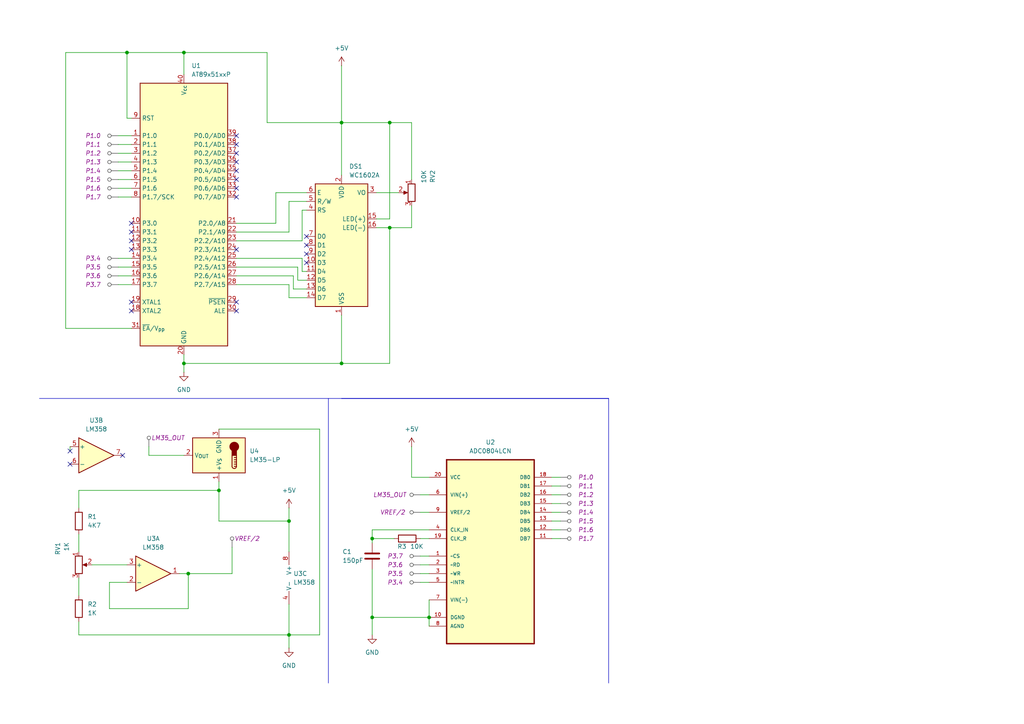
<source format=kicad_sch>
(kicad_sch (version 20231120) (generator "eeschema") (generator_version "8.0")
  (paper "A4")
  (lib_symbols
    (symbol "ADC0804:ADC0804LCN" (pin_names (offset 1.016))
      (property "Reference" "U" (at -5.8785 24.6338 0))
      (property "Value" "ADC0804LCN" (at -5.1859 -33.4032 0))
      (symbol "ADC0804LCN_0_0"
        (rectangle (start -12.7 -30.48) (end 12.7 22.86) (stroke (width 0.4064)) (fill (type background)))
        (pin input line (at -17.78 -5.08 0) (length 5.08) (name "~CS") (number "1"))
        (pin passive line (at -17.78 -22.86 0) (length 5.08) (name "DGND") (number "10"))
        (pin passive line (at 17.78 0 180) (length 5.08) (name "DB7") (number "11"))
        (pin passive line (at 17.78 2.54 180) (length 5.08) (name "DB6") (number "12"))
        (pin passive line (at 17.78 5.08 180) (length 5.08) (name "DB5") (number "13"))
        (pin passive line (at 17.78 7.62 180) (length 5.08) (name "DB4") (number "14"))
        (pin passive line (at 17.78 10.16 180) (length 5.08) (name "DB3") (number "15"))
        (pin passive line (at 17.78 12.7 180) (length 5.08) (name "DB2") (number "16"))
        (pin passive line (at 17.78 15.24 180) (length 5.08) (name "DB1") (number "17"))
        (pin passive line (at 17.78 17.78 180) (length 5.08) (name "DB0") (number "18"))
        (pin input line (at -17.78 0 0) (length 5.08) (name "CLK_R") (number "19"))
        (pin input line (at -17.78 -7.62 0) (length 5.08) (name "~RD") (number "2"))
        (pin power_in line (at -17.78 17.78 0) (length 5.08) (name "VCC") (number "20"))
        (pin input line (at -17.78 -10.16 0) (length 5.08) (name "~WR") (number "3"))
        (pin input line (at -17.78 2.54 0) (length 5.08) (name "CLK_IN") (number "4"))
        (pin input line (at -17.78 -12.7 0) (length 5.08) (name "~INTR") (number "5"))
        (pin power_in line (at -17.78 12.7 0) (length 5.08) (name "VIN(+)") (number "6"))
        (pin power_in line (at -17.78 -17.78 0) (length 5.08) (name "VIN(-)") (number "7"))
        (pin passive line (at -17.78 -25.4 0) (length 5.08) (name "AGND") (number "8"))
        (pin input line (at -17.78 7.62 0) (length 5.08) (name "VREF/2") (number "9"))
      )
    )
    (symbol "Amplifier_Operational:LM358" (pin_names (offset 0.127))
      (property "Reference" "U" (at 0 5.08 0))
      (property "Value" "LM358" (at 0 -5.08 0))
      (symbol "LM358_1_1"
        (polyline (pts (xy -5.08 5.08) (xy 5.08 0) (xy -5.08 -5.08) (xy -5.08 5.08)) (stroke (width 0.254)) (fill (type background)))
        (pin output line (at 7.62 0 180) (length 2.54) (name "~") (number "1"))
        (pin input line (at -7.62 -2.54 0) (length 2.54) (name "-") (number "2"))
        (pin input line (at -7.62 2.54 0) (length 2.54) (name "+") (number "3"))
      )
      (symbol "LM358_2_1"
        (polyline (pts (xy -5.08 5.08) (xy 5.08 0) (xy -5.08 -5.08) (xy -5.08 5.08)) (stroke (width 0.254)) (fill (type background)))
        (pin input line (at -7.62 2.54 0) (length 2.54) (name "+") (number "5"))
        (pin input line (at -7.62 -2.54 0) (length 2.54) (name "-") (number "6"))
        (pin output line (at 7.62 0 180) (length 2.54) (name "~") (number "7"))
      )
      (symbol "LM358_3_1"
        (pin power_in line (at -2.54 -7.62 90) (length 3.81) (name "V-") (number "4"))
        (pin power_in line (at -2.54 7.62 270) (length 3.81) (name "V+") (number "8"))
      )
    )
    (symbol "Device:C" (pin_numbers hide) (pin_names (offset 0.254))
      (property "Reference" "C" (at 0.635 2.54 0))
      (property "Value" "C" (at 0.635 -2.54 0))
      (symbol "C_0_1"
        (polyline (pts (xy -2.032 -0.762) (xy 2.032 -0.762)) (stroke (width 0.508)))
        (polyline (pts (xy -2.032 0.762) (xy 2.032 0.762)) (stroke (width 0.508)))
      )
      (symbol "C_1_1"
        (pin passive line (at 0 3.81 270) (length 2.794) (name "~") (number "1"))
        (pin passive line (at 0 -3.81 90) (length 2.794) (name "~") (number "2"))
      )
    )
    (symbol "Device:R" (pin_numbers hide) (pin_names (offset 0))
      (property "Reference" "R" (at 2.032 0 90))
      (property "Value" "R" (at 0 0 90))
      (symbol "R_0_1"
        (rectangle (start -1.016 -2.54) (end 1.016 2.54) (stroke (width 0.254)))
      )
      (symbol "R_1_1"
        (pin passive line (at 0 3.81 270) (length 1.27) (name "~") (number "1"))
        (pin passive line (at 0 -3.81 90) (length 1.27) (name "~") (number "2"))
      )
    )
    (symbol "Device:R_Potentiometer" (pin_names (offset 1.016) hide)
      (property "Reference" "RV" (at -4.445 0 90))
      (property "Value" "R_Potentiometer" (at -2.54 0 90))
      (symbol "R_Potentiometer_0_1"
        (polyline (pts (xy 2.54 0) (xy 1.524 0)))
        (polyline (pts (xy 1.143 0) (xy 2.286 0.508) (xy 2.286 -0.508) (xy 1.143 0)) (fill (type outline)))
        (rectangle (start 1.016 2.54) (end -1.016 -2.54) (stroke (width 0.254)))
      )
      (symbol "R_Potentiometer_1_1"
        (pin passive line (at 0 3.81 270) (length 1.27) (name "1") (number "1"))
        (pin passive line (at 3.81 0 180) (length 1.27) (name "2") (number "2"))
        (pin passive line (at 0 -3.81 90) (length 1.27) (name "3") (number "3"))
      )
    )
    (symbol "Display_Character:WC1602A"
      (property "Reference" "DS" (at -5.842 19.05 0))
      (property "Value" "WC1602A" (at 5.334 19.05 0))
      (symbol "WC1602A_1_1"
        (rectangle (start -7.62 17.78) (end 7.62 -17.78) (stroke (width 0.254)) (fill (type background)))
        (pin power_in line (at 0 -20.32 90) (length 2.54) (name "VSS") (number "1"))
        (pin input line (at -10.16 -5.08 0) (length 2.54) (name "D3") (number "10"))
        (pin input line (at -10.16 -7.62 0) (length 2.54) (name "D4") (number "11"))
        (pin input line (at -10.16 -10.16 0) (length 2.54) (name "D5") (number "12"))
        (pin input line (at -10.16 -12.7 0) (length 2.54) (name "D6") (number "13"))
        (pin input line (at -10.16 -15.24 0) (length 2.54) (name "D7") (number "14"))
        (pin power_in line (at 10.16 7.62 180) (length 2.54) (name "LED(+)") (number "15"))
        (pin power_in line (at 10.16 5.08 180) (length 2.54) (name "LED(-)") (number "16"))
        (pin power_in line (at 0 20.32 270) (length 2.54) (name "VDD") (number "2"))
        (pin input line (at 10.16 15.24 180) (length 2.54) (name "VO") (number "3"))
        (pin input line (at -10.16 10.16 0) (length 2.54) (name "RS") (number "4"))
        (pin input line (at -10.16 12.7 0) (length 2.54) (name "R/W") (number "5"))
        (pin input line (at -10.16 15.24 0) (length 2.54) (name "E") (number "6"))
        (pin input line (at -10.16 2.54 0) (length 2.54) (name "D0") (number "7"))
        (pin input line (at -10.16 0 0) (length 2.54) (name "D1") (number "8"))
        (pin input line (at -10.16 -2.54 0) (length 2.54) (name "D2") (number "9"))
      )
    )
    (symbol "MCU_Microchip_8051:AT89x51xxP"
      (property "Reference" "U" (at 0 0 0))
      (property "Value" "AT89x51xxP" (at 0 0 0))
      (symbol "AT89x51xxP_1_0"
        (pin bidirectional line (at -15.24 17.78 0) (length 2.54) (name "P1.2") (number "3"))
      )
      (symbol "AT89x51xxP_1_1"
        (polyline (pts (xy -12.7 38.1) (xy 12.7 38.1) (xy 12.7 -38.1) (xy -12.7 -38.1) (xy -12.7 38.1)) (stroke (width 0.254)) (fill (type background)))
        (pin bidirectional line (at -15.24 22.86 0) (length 2.54) (name "P1.0") (number "1"))
        (pin bidirectional line (at -15.24 -2.54 0) (length 2.54) (name "P3.0") (number "10"))
        (pin bidirectional line (at -15.24 -5.08 0) (length 2.54) (name "P3.1") (number "11"))
        (pin bidirectional line (at -15.24 -7.62 0) (length 2.54) (name "P3.2") (number "12"))
        (pin bidirectional line (at -15.24 -10.16 0) (length 2.54) (name "P3.3") (number "13"))
        (pin bidirectional line (at -15.24 -12.7 0) (length 2.54) (name "P3.4") (number "14"))
        (pin bidirectional line (at -15.24 -15.24 0) (length 2.54) (name "P3.5") (number "15"))
        (pin bidirectional line (at -15.24 -17.78 0) (length 2.54) (name "P3.6") (number "16"))
        (pin bidirectional line (at -15.24 -20.32 0) (length 2.54) (name "P3.7") (number "17"))
        (pin input line (at -15.24 -27.94 0) (length 2.54) (name "XTAL2") (number "18"))
        (pin input line (at -15.24 -25.4 0) (length 2.54) (name "XTAL1") (number "19"))
        (pin bidirectional line (at -15.24 20.32 0) (length 2.54) (name "P1.1") (number "2"))
        (pin power_in line (at 0 -40.64 90) (length 2.54) (name "GND") (number "20"))
        (pin bidirectional line (at 15.24 -2.54 180) (length 2.54) (name "P2.0/A8") (number "21"))
        (pin bidirectional line (at 15.24 -5.08 180) (length 2.54) (name "P2.1/A9") (number "22"))
        (pin bidirectional line (at 15.24 -7.62 180) (length 2.54) (name "P2.2/A10") (number "23"))
        (pin bidirectional line (at 15.24 -10.16 180) (length 2.54) (name "P2.3/A11") (number "24"))
        (pin bidirectional line (at 15.24 -12.7 180) (length 2.54) (name "P2.4/A12") (number "25"))
        (pin bidirectional line (at 15.24 -15.24 180) (length 2.54) (name "P2.5/A13") (number "26"))
        (pin bidirectional line (at 15.24 -17.78 180) (length 2.54) (name "P2.6/A14") (number "27"))
        (pin bidirectional line (at 15.24 -20.32 180) (length 2.54) (name "P2.7/A15") (number "28"))
        (pin output line (at 15.24 -25.4 180) (length 2.54) (name "~{PSEN}") (number "29"))
        (pin output line (at 15.24 -27.94 180) (length 2.54) (name "ALE") (number "30"))
        (pin input line (at -15.24 -33.02 0) (length 2.54) (name "~{EA}/V_{pp}") (number "31"))
        (pin bidirectional line (at 15.24 5.08 180) (length 2.54) (name "P0.7/AD7") (number "32"))
        (pin bidirectional line (at 15.24 7.62 180) (length 2.54) (name "P0.6/AD6") (number "33"))
        (pin bidirectional line (at 15.24 10.16 180) (length 2.54) (name "P0.5/AD5") (number "34"))
        (pin bidirectional line (at 15.24 12.7 180) (length 2.54) (name "P0.4/AD4") (number "35"))
        (pin bidirectional line (at 15.24 15.24 180) (length 2.54) (name "P0.3/AD3") (number "36"))
        (pin bidirectional line (at 15.24 17.78 180) (length 2.54) (name "P0.2/AD2") (number "37"))
        (pin bidirectional line (at 15.24 20.32 180) (length 2.54) (name "P0.1/AD1") (number "38"))
        (pin bidirectional line (at 15.24 22.86 180) (length 2.54) (name "P0.0/AD0") (number "39"))
        (pin bidirectional line (at -15.24 15.24 0) (length 2.54) (name "P1.3") (number "4"))
        (pin power_in line (at 0 40.64 270) (length 2.54) (name "V_{cc}") (number "40"))
        (pin bidirectional line (at -15.24 12.7 0) (length 2.54) (name "P1.4") (number "5"))
        (pin bidirectional line (at -15.24 10.16 0) (length 2.54) (name "P1.5") (number "6"))
        (pin bidirectional line (at -15.24 7.62 0) (length 2.54) (name "P1.6") (number "7"))
        (pin bidirectional line (at -15.24 5.08 0) (length 2.54) (name "P1.7/SCK") (number "8"))
        (pin input line (at -15.24 27.94 0) (length 2.54) (name "RST") (number "9"))
      )
    )
    (symbol "Sensor_Temperature:LM35-LP"
      (property "Reference" "U" (at -6.35 6.35 0))
      (property "Value" "LM35-LP" (at 1.27 6.35 0))
      (symbol "LM35-LP_0_1"
        (rectangle (start -7.62 5.08) (end 7.62 -5.08) (stroke (width 0.254)) (fill (type background)))
        (circle (center -4.445 -2.54) (radius 1.27) (stroke (width 0.254)) (fill (type outline)))
        (rectangle (start -3.81 -1.905) (end -5.08 0) (stroke (width 0.254)) (fill (type outline)))
        (arc (start -3.81 3.175) (mid -4.445 3.8073) (end -5.08 3.175) (stroke (width 0.254)))
        (polyline (pts (xy -5.08 0.635) (xy -4.445 0.635)) (stroke (width 0.254)))
        (polyline (pts (xy -5.08 1.27) (xy -4.445 1.27)) (stroke (width 0.254)))
        (polyline (pts (xy -5.08 1.905) (xy -4.445 1.905)) (stroke (width 0.254)))
        (polyline (pts (xy -5.08 2.54) (xy -4.445 2.54)) (stroke (width 0.254)))
        (polyline (pts (xy -5.08 3.175) (xy -5.08 0)) (stroke (width 0.254)))
        (polyline (pts (xy -5.08 3.175) (xy -4.445 3.175)) (stroke (width 0.254)))
        (polyline (pts (xy -3.81 3.175) (xy -3.81 0)) (stroke (width 0.254)))
      )
      (symbol "LM35-LP_1_1"
        (pin power_in line (at 0 7.62 270) (length 2.54) (name "+V_{S}") (number "1"))
        (pin output line (at 10.16 0 180) (length 2.54) (name "V_{OUT}") (number "2"))
        (pin power_in line (at 0 -7.62 90) (length 2.54) (name "GND") (number "3"))
      )
    )
    (symbol "power:+5V" (power) (pin_numbers hide) (pin_names (offset 0) hide)
      (property "Value" "+5V" (at 0 3.556 0))
      (symbol "+5V_0_1"
        (polyline (pts (xy -0.762 1.27) (xy 0 2.54)))
        (polyline (pts (xy 0 0) (xy 0 2.54)))
        (polyline (pts (xy 0 2.54) (xy 0.762 1.27)))
      )
      (symbol "+5V_1_1"
        (pin power_in line (at 0 0 90) (length 0) (name "~") (number "1"))
      )
    )
    (symbol "power:GND" (power) (pin_numbers hide) (pin_names (offset 0) hide)
      (property "Value" "GND" (at 0 -3.81 0))
      (symbol "GND_0_1"
        (polyline (pts (xy 0 0) (xy 0 -1.27) (xy 1.27 -1.27) (xy 0 -2.54) (xy -1.27 -1.27) (xy 0 -1.27)))
      )
      (symbol "GND_1_1"
        (pin power_in line (at 0 0 270) (length 0) (name "~") (number "1"))
      )
    )
  )
  (junction (at 113.03 35.56))
  (junction (at 99.06 35.56))
  (junction (at 54.61 166.37))
  (junction (at 36.83 15.24))
  (junction (at 124.46 179.07))
  (junction (at 83.82 151.13))
  (junction (at 107.95 156.21))
  (junction (at 113.03 66.04))
  (junction (at 99.06 105.41))
  (junction (at 107.95 179.07))
  (junction (at 53.34 15.24))
  (junction (at 53.34 105.41))
  (junction (at 83.82 184.15))
  (junction (at 63.5 142.24))
  (no_connect (at 38.1 67.31))
  (no_connect (at 68.58 39.37))
  (no_connect (at 38.1 64.77))
  (no_connect (at 38.1 90.17))
  (no_connect (at 38.1 69.85))
  (no_connect (at 38.1 72.39))
  (no_connect (at 88.9 76.2))
  (no_connect (at 68.58 44.45))
  (no_connect (at 68.58 41.91))
  (no_connect (at 88.9 73.66))
  (no_connect (at 68.58 87.63))
  (no_connect (at 88.9 71.12))
  (no_connect (at 20.32 134.62))
  (no_connect (at 68.58 90.17))
  (no_connect (at 88.9 68.58))
  (no_connect (at 68.58 52.07))
  (no_connect (at 68.58 46.99))
  (no_connect (at 20.32 130.81))
  (no_connect (at 35.56 132.08))
  (no_connect (at 68.58 57.15))
  (no_connect (at 68.58 49.53))
  (no_connect (at 68.58 72.39))
  (no_connect (at 38.1 87.63))
  (no_connect (at 68.58 54.61))
  (wire (pts (xy 26.67 163.83) (xy 36.83 163.83)))
  (wire (pts (xy 109.22 66.04) (xy 113.03 66.04)))
  (wire (pts (xy 83.82 175.26) (xy 83.82 184.15)))
  (wire (pts (xy 107.95 165.1) (xy 107.95 179.07)))
  (wire (pts (xy 85.09 80.01) (xy 68.58 80.01)))
  (wire (pts (xy 63.5 139.7) (xy 63.5 142.24)))
  (wire (pts (xy 34.29 41.91) (xy 38.1 41.91)))
  (wire (pts (xy 109.22 63.5) (xy 113.03 63.5)))
  (wire (pts (xy 22.86 154.94) (xy 22.86 160.02)))
  (wire (pts (xy 113.03 63.5) (xy 113.03 35.56)))
  (wire (pts (xy 99.06 35.56) (xy 99.06 19.05)))
  (wire (pts (xy 68.58 64.77) (xy 80.01 64.77)))
  (wire (pts (xy 99.06 35.56) (xy 99.06 50.8)))
  (wire (pts (xy 88.9 60.96) (xy 87.63 60.96)))
  (wire (pts (xy 119.38 52.07) (xy 119.38 35.56)))
  (wire (pts (xy 22.86 184.15) (xy 83.82 184.15)))
  (wire (pts (xy 34.29 44.45) (xy 38.1 44.45)))
  (wire (pts (xy 86.36 81.28) (xy 86.36 77.47)))
  (wire (pts (xy 85.09 83.82) (xy 88.9 83.82)))
  (wire (pts (xy 121.92 168.91) (xy 124.46 168.91)))
  (wire (pts (xy 34.29 39.37) (xy 38.1 39.37)))
  (polyline (pts (xy 99.06 115.57) (xy 176.53 115.57)))
  (wire (pts (xy 119.38 59.69) (xy 119.38 66.04)))
  (wire (pts (xy 121.92 148.59) (xy 124.46 148.59)))
  (wire (pts (xy 114.3 156.21) (xy 107.95 156.21)))
  (wire (pts (xy 124.46 179.07) (xy 124.46 181.61)))
  (wire (pts (xy 38.1 34.29) (xy 36.83 34.29)))
  (wire (pts (xy 36.83 34.29) (xy 36.83 15.24)))
  (wire (pts (xy 86.36 81.28) (xy 88.9 81.28)))
  (wire (pts (xy 87.63 78.74) (xy 88.9 78.74)))
  (wire (pts (xy 34.29 80.01) (xy 38.1 80.01)))
  (wire (pts (xy 22.86 142.24) (xy 63.5 142.24)))
  (wire (pts (xy 107.95 179.07) (xy 124.46 179.07)))
  (wire (pts (xy 83.82 184.15) (xy 83.82 187.96)))
  (wire (pts (xy 83.82 86.36) (xy 88.9 86.36)))
  (wire (pts (xy 87.63 74.93) (xy 68.58 74.93)))
  (wire (pts (xy 20.32 130.81) (xy 20.32 129.54)))
  (wire (pts (xy 160.02 140.97) (xy 162.56 140.97)))
  (wire (pts (xy 113.03 35.56) (xy 99.06 35.56)))
  (wire (pts (xy 53.34 132.08) (xy 43.18 132.08)))
  (wire (pts (xy 83.82 151.13) (xy 83.82 160.02)))
  (wire (pts (xy 83.82 147.32) (xy 83.82 151.13)))
  (wire (pts (xy 119.38 129.54) (xy 119.38 138.43)))
  (wire (pts (xy 19.05 95.25) (xy 19.05 15.24)))
  (wire (pts (xy 107.95 156.21) (xy 107.95 157.48)))
  (wire (pts (xy 160.02 143.51) (xy 162.56 143.51)))
  (wire (pts (xy 83.82 82.55) (xy 68.58 82.55)))
  (wire (pts (xy 22.86 167.64) (xy 22.86 172.72)))
  (wire (pts (xy 160.02 146.05) (xy 162.56 146.05)))
  (wire (pts (xy 52.07 166.37) (xy 54.61 166.37)))
  (wire (pts (xy 63.5 142.24) (xy 63.5 151.13)))
  (wire (pts (xy 53.34 21.59) (xy 53.34 15.24)))
  (wire (pts (xy 38.1 95.25) (xy 19.05 95.25)))
  (wire (pts (xy 83.82 67.31) (xy 68.58 67.31)))
  (wire (pts (xy 31.75 176.53) (xy 54.61 176.53)))
  (wire (pts (xy 99.06 91.44) (xy 99.06 105.41)))
  (wire (pts (xy 31.75 168.91) (xy 31.75 176.53)))
  (wire (pts (xy 77.47 35.56) (xy 99.06 35.56)))
  (wire (pts (xy 34.29 57.15) (xy 38.1 57.15)))
  (wire (pts (xy 160.02 156.21) (xy 162.56 156.21)))
  (wire (pts (xy 121.92 166.37) (xy 124.46 166.37)))
  (wire (pts (xy 34.29 49.53) (xy 38.1 49.53)))
  (wire (pts (xy 113.03 66.04) (xy 113.03 105.41)))
  (wire (pts (xy 160.02 151.13) (xy 162.56 151.13)))
  (wire (pts (xy 119.38 138.43) (xy 124.46 138.43)))
  (wire (pts (xy 119.38 66.04) (xy 113.03 66.04)))
  (wire (pts (xy 87.63 69.85) (xy 68.58 69.85)))
  (wire (pts (xy 36.83 15.24) (xy 53.34 15.24)))
  (wire (pts (xy 36.83 168.91) (xy 31.75 168.91)))
  (wire (pts (xy 160.02 148.59) (xy 162.56 148.59)))
  (wire (pts (xy 34.29 74.93) (xy 38.1 74.93)))
  (wire (pts (xy 92.71 124.46) (xy 92.71 184.15)))
  (wire (pts (xy 121.92 163.83) (xy 124.46 163.83)))
  (wire (pts (xy 34.29 54.61) (xy 38.1 54.61)))
  (wire (pts (xy 54.61 166.37) (xy 67.31 166.37)))
  (wire (pts (xy 43.18 129.54) (xy 43.18 132.08)))
  (wire (pts (xy 121.92 161.29) (xy 124.46 161.29)))
  (wire (pts (xy 88.9 58.42) (xy 83.82 58.42)))
  (wire (pts (xy 87.63 60.96) (xy 87.63 69.85)))
  (polyline (pts (xy 11.43 115.57) (xy 176.53 115.57)))
  (wire (pts (xy 119.38 35.56) (xy 113.03 35.56)))
  (wire (pts (xy 63.5 124.46) (xy 92.71 124.46)))
  (wire (pts (xy 160.02 153.67) (xy 162.56 153.67)))
  (wire (pts (xy 63.5 151.13) (xy 83.82 151.13)))
  (wire (pts (xy 80.01 55.88) (xy 88.9 55.88)))
  (wire (pts (xy 67.31 158.75) (xy 67.31 166.37)))
  (wire (pts (xy 22.86 180.34) (xy 22.86 184.15)))
  (wire (pts (xy 107.95 153.67) (xy 107.95 156.21)))
  (wire (pts (xy 124.46 173.99) (xy 124.46 179.07)))
  (wire (pts (xy 34.29 77.47) (xy 38.1 77.47)))
  (wire (pts (xy 22.86 147.32) (xy 22.86 142.24)))
  (wire (pts (xy 54.61 176.53) (xy 54.61 166.37)))
  (wire (pts (xy 107.95 179.07) (xy 107.95 184.15)))
  (wire (pts (xy 19.05 15.24) (xy 36.83 15.24)))
  (wire (pts (xy 80.01 64.77) (xy 80.01 55.88)))
  (wire (pts (xy 121.92 156.21) (xy 124.46 156.21)))
  (wire (pts (xy 77.47 15.24) (xy 77.47 35.56)))
  (wire (pts (xy 109.22 55.88) (xy 115.57 55.88)))
  (wire (pts (xy 124.46 153.67) (xy 107.95 153.67)))
  (wire (pts (xy 53.34 105.41) (xy 53.34 107.95)))
  (wire (pts (xy 113.03 105.41) (xy 99.06 105.41)))
  (wire (pts (xy 34.29 82.55) (xy 38.1 82.55)))
  (wire (pts (xy 87.63 78.74) (xy 87.63 74.93)))
  (wire (pts (xy 121.92 143.51) (xy 124.46 143.51)))
  (wire (pts (xy 83.82 58.42) (xy 83.82 67.31)))
  (wire (pts (xy 85.09 83.82) (xy 85.09 80.01)))
  (wire (pts (xy 83.82 86.36) (xy 83.82 82.55)))
  (polyline (pts (xy 176.53 115.57) (xy 176.53 198.12)))
  (wire (pts (xy 34.29 46.99) (xy 38.1 46.99)))
  (wire (pts (xy 99.06 105.41) (xy 53.34 105.41)))
  (wire (pts (xy 53.34 102.87) (xy 53.34 105.41)))
  (wire (pts (xy 34.29 52.07) (xy 38.1 52.07)))
  (wire (pts (xy 92.71 184.15) (xy 83.82 184.15)))
  (polyline (pts (xy 95.25 115.57) (xy 95.25 198.12)))
  (wire (pts (xy 86.36 77.47) (xy 68.58 77.47)))
  (wire (pts (xy 53.34 15.24) (xy 77.47 15.24)))
  (wire (pts (xy 160.02 138.43) (xy 162.56 138.43)))
  (netclass_flag "" (length 2.54) (shape round) (at 34.29 41.91 90) (property "Netclass" "P1.1" (at 29.21 41.91 0) (effects (font (italic yes)) (justify right))))
  (netclass_flag "" (length 2.54) (shape round) (at 34.29 74.93 90) (property "Netclass" "P3.4" (at 29.21 74.93 0) (effects (font (italic yes)) (justify right))))
  (netclass_flag "" (length 2.54) (shape round) (at 162.56 143.51 270) (property "Netclass" "P1.2" (at 167.64 143.51 0) (effects (font (italic yes)) (justify left))))
  (netclass_flag "" (length 2.54) (shape round) (at 34.29 49.53 90) (property "Netclass" "P1.4" (at 29.21 49.53 0) (effects (font (italic yes)) (justify right))))
  (netclass_flag "" (length 2.54) (shape round) (at 162.56 156.21 270) (property "Netclass" "P1.7" (at 167.64 156.21 0) (effects (font (italic yes)) (justify left))))
  (netclass_flag "" (length 2.54) (shape round) (at 121.92 166.37 90) (property "Netclass" "P3.5" (at 116.84 166.37 0) (effects (font (italic yes)) (justify right))))
  (netclass_flag "" (length 2.54) (shape round) (at 162.56 138.43 270) (property "Netclass" "P1.0" (at 167.64 138.43 0) (effects (font (italic yes)) (justify left))))
  (netclass_flag "" (length 2.54) (shape round) (at 162.56 151.13 270) (property "Netclass" "P1.5" (at 167.64 151.13 0) (effects (font (italic yes)) (justify left))))
  (netclass_flag "" (length 2.54) (shape round) (at 34.29 80.01 90) (property "Netclass" "P3.6" (at 29.21 80.01 0) (effects (font (italic yes)) (justify right))))
  (netclass_flag "" (length 2.54) (shape round) (at 121.92 148.59 90) (property "Netclass" "VREF/2" (at 110.236 148.59 0) (effects (font (italic yes)) (justify left))))
  (netclass_flag "" (length 2.54) (shape round) (at 34.29 39.37 90) (property "Netclass" "P1.0" (at 29.21 39.37 0) (effects (font (italic yes)) (justify right))))
  (netclass_flag "" (length 2.54) (shape round) (at 162.56 148.59 270) (property "Netclass" "P1.4" (at 167.64 148.59 0) (effects (font (italic yes)) (justify left))))
  (netclass_flag "" (length 2.54) (shape round) (at 34.29 82.55 90) (property "Netclass" "P3.7" (at 29.21 82.55 0) (effects (font (italic yes)) (justify right))))
  (netclass_flag "" (length 2.54) (shape round) (at 43.18 129.54 0) (property "Netclass" "LM35_OUT" (at 43.8785 127 0) (effects (font (italic yes)) (justify left))))
  (netclass_flag "" (length 2.54) (shape round) (at 121.92 163.83 90) (property "Netclass" "P3.6" (at 116.84 163.83 0) (effects (font (italic yes)) (justify right))))
  (netclass_flag "" (length 2.54) (shape round) (at 121.92 143.51 90) (property "Netclass" "LM35_OUT" (at 108.204 143.51 0) (effects (font (italic yes)) (justify left))))
  (netclass_flag "" (length 2.54) (shape round) (at 67.31 158.75 0) (property "Netclass" "VREF/2" (at 68.0085 156.21 0) (effects (font (italic yes)) (justify left))))
  (netclass_flag "" (length 2.54) (shape round) (at 34.29 54.61 90) (property "Netclass" "P1.6" (at 29.21 54.61 0) (effects (font (italic yes)) (justify right))))
  (netclass_flag "" (length 2.54) (shape round) (at 34.29 46.99 90) (property "Netclass" "P1.3" (at 29.21 46.99 0) (effects (font (italic yes)) (justify right))))
  (netclass_flag "" (length 2.54) (shape round) (at 121.92 161.29 90) (property "Netclass" "P3.7" (at 116.84 161.29 0) (effects (font (italic yes)) (justify right))))
  (netclass_flag "" (length 2.54) (shape round) (at 162.56 153.67 270) (property "Netclass" "P1.6" (at 167.64 153.67 0) (effects (font (italic yes)) (justify left))))
  (netclass_flag "" (length 2.54) (shape round) (at 162.56 146.05 270) (property "Netclass" "P1.3" (at 167.64 146.05 0) (effects (font (italic yes)) (justify left))))
  (netclass_flag "" (length 2.54) (shape round) (at 121.92 168.91 90) (property "Netclass" "P3.4" (at 116.84 168.91 0) (effects (font (italic yes)) (justify right))))
  (netclass_flag "" (length 2.54) (shape round) (at 162.56 140.97 270) (property "Netclass" "P1.1" (at 167.64 140.97 0) (effects (font (italic yes)) (justify left))))
  (netclass_flag "" (length 2.54) (shape round) (at 34.29 77.47 90) (property "Netclass" "P3.5" (at 29.21 77.47 0) (effects (font (italic yes)) (justify right))))
  (netclass_flag "" (length 2.54) (shape round) (at 34.29 52.07 90) (property "Netclass" "P1.5" (at 29.21 52.07 0) (effects (font (italic yes)) (justify right))))
  (netclass_flag "" (length 2.54) (shape round) (at 34.29 44.45 90) (property "Netclass" "P1.2" (at 29.21 44.45 0) (effects (font (italic yes)) (justify right))))
  (netclass_flag "" (length 2.54) (shape round) (at 34.29 57.15 90) (property "Netclass" "P1.7" (at 29.21 57.15 0) (effects (font (italic yes)) (justify right))))
  (symbol (lib_id "Amplifier_Operational:LM358") (at 44.45 166.37 0) (unit 1)
    (property "Reference" "U3" (at 44.45 156.21 0))
    (property "Value" "LM358" (at 44.45 158.75 0))
    (property "Footprint" "Package_DIP:DIP-8_W7.62mm_Socket" (effects (hide yes)))
    (property "Datasheet" "http://www.ti.com/lit/ds/symlink/lm2904-n.pdf" (effects (hide yes)))
    (property "Description" "Low-Power, Dual Operational Amplifiers, DIP-8/SOIC-8/TO-99-8" (effects (hide yes)))
  )
  (symbol (lib_id "power:+5V") (at 83.82 147.32 0) (unit 1)
    (property "Reference" "#PWR02" (effects (hide yes)))
    (property "Value" "+5V" (at 83.82 142.24 0))
    (property "Description" "Power symbol creates a global label with name \"+5V\"" (effects (hide yes)))
  )
  (symbol (lib_id "Amplifier_Operational:LM358") (at 86.36 167.64 0) (unit 3)
    (property "Reference" "U3" (at 85.09 166.3699 0) (effects (justify left)))
    (property "Value" "LM358" (at 85.09 168.9099 0) (effects (justify left)))
    (property "Footprint" "Package_DIP:DIP-8_W7.62mm_Socket" (effects (hide yes)))
    (property "Datasheet" "http://www.ti.com/lit/ds/symlink/lm2904-n.pdf" (effects (hide yes)))
    (property "Description" "Low-Power, Dual Operational Amplifiers, DIP-8/SOIC-8/TO-99-8" (effects (hide yes)))
  )
  (symbol (lib_id "power:+5V") (at 99.06 19.05 0) (unit 1)
    (property "Reference" "#PWR05" (effects (hide yes)))
    (property "Value" "+5V" (at 99.06 13.97 0))
    (property "Description" "Power symbol creates a global label with name \"+5V\"" (effects (hide yes)))
  )
  (symbol (lib_id "power:GND") (at 83.82 187.96 0) (unit 1)
    (property "Reference" "#PWR01" (effects (hide yes)))
    (property "Value" "GND" (at 83.82 193.04 0))
    (property "Description" "Power symbol creates a global label with name \"GND\" , ground" (effects (hide yes)))
  )
  (symbol (lib_id "Display_Character:WC1602A") (at 99.06 71.12 0) (unit 1)
    (property "Reference" "DS1" (at 101.2541 48.26 0) (effects (justify left)))
    (property "Value" "WC1602A" (at 101.2541 50.8 0) (effects (justify left)))
    (property "Footprint" "Display:WC1602A" (effects (hide yes)))
    (property "Datasheet" "http://www.wincomlcd.com/pdf/WC1602A-SFYLYHTC06.pdf" (effects (hide yes)))
    (property "Description" "LCD 16x2 Alphanumeric , 8 bit parallel bus, 5V VDD" (effects (hide yes)))
  )
  (symbol (lib_id "Device:R_Potentiometer") (at 22.86 163.83 0) (unit 1)
    (property "Reference" "RV1" (at 16.764 157.226 90) (effects (justify right)))
    (property "Value" "1K" (at 19.304 157.226 90) (effects (justify right)))
    (property "Footprint" "Potentiometer_THT:Potentiometer_Bourns_3266Z_Horizontal" (effects (hide yes)))
    (property "Description" "Potentiometer" (effects (hide yes)))
  )
  (symbol (lib_id "Device:R") (at 22.86 176.53 0) (unit 1)
    (property "Reference" "R2" (at 25.4 175.2599 0) (effects (justify left)))
    (property "Value" "1K" (at 25.4 177.7999 0) (effects (justify left)))
    (property "Footprint" "Resistor_THT:R_Axial_DIN0207_L6.3mm_D2.5mm_P7.62mm_Horizontal" (effects (hide yes)))
    (property "Description" "Resistor" (effects (hide yes)))
  )
  (symbol (lib_id "power:GND") (at 107.95 184.15 0) (unit 1)
    (property "Reference" "#PWR04" (effects (hide yes)))
    (property "Value" "GND" (at 107.95 189.23 0))
    (property "Description" "Power symbol creates a global label with name \"GND\" , ground" (effects (hide yes)))
  )
  (symbol (lib_id "Device:R") (at 22.86 151.13 0) (unit 1)
    (property "Reference" "R1" (at 25.4 149.8599 0) (effects (justify left)))
    (property "Value" "4K7" (at 25.4 152.3999 0) (effects (justify left)))
    (property "Footprint" "Resistor_THT:R_Axial_DIN0207_L6.3mm_D2.5mm_P7.62mm_Horizontal" (effects (hide yes)))
    (property "Description" "Resistor" (effects (hide yes)))
  )
  (symbol (lib_id "Device:R_Potentiometer") (at 119.38 55.88 0) (mirror y) (unit 1)
    (property "Reference" "RV2" (at 125.476 49.276 90) (effects (justify right)))
    (property "Value" "10K" (at 122.936 49.276 90) (effects (justify right)))
    (property "Footprint" "Potentiometer_THT:Potentiometer_Bourns_3266Z_Horizontal" (effects (hide yes)))
    (property "Description" "Potentiometer" (effects (hide yes)))
  )
  (symbol (lib_id "MCU_Microchip_8051:AT89x51xxP") (at 53.34 62.23 0) (unit 1)
    (property "Reference" "U1" (at 55.5341 19.05 0) (effects (justify left)))
    (property "Value" "AT89x51xxP" (at 55.5341 21.59 0) (effects (justify left)))
    (property "Footprint" "Package_DIP:DIP-40_W15.24mm" (effects (hide yes)))
    (property "Datasheet" "https://ww1.microchip.com/downloads/en/DeviceDoc/doc2487.pdf" (effects (hide yes)))
    (property "Description" "8-bit Microcontroller with 4K Bytes Flash, DIP-40" (effects (hide yes)))
  )
  (symbol (lib_id "ADC0804:ADC0804LCN") (at 142.24 156.21 0) (unit 1)
    (property "Reference" "U2" (at 142.24 128.27 0))
    (property "Value" "ADC0804LCN" (at 142.24 130.81 0))
    (property "Footprint" "IC_DIP:ADC0804" (effects (hide yes)))
    (property "MF" "Texas Instruments" (effects (hide yes)))
    (property "Description_1" "\n                        \n                            8 Bit Analog to Digital Converter 1 Input 1 SAR 20-PDIP\n                        \n" (effects (hide yes)))
    (property "PACKAGE" "20-DIP" (effects (hide yes)))
    (property "MPN" "ADC0804LCN" (effects (hide yes)))
    (property "Price" "None" (effects (hide yes)))
    (property "Package" "DIP-20 Texas Instruments" (effects (hide yes)))
    (property "OC_FARNELL" "9486593" (effects (hide yes)))
    (property "SnapEDA_Link" "https://www.snapeda.com/parts/ADC0804LCN/Texas+Instruments/view-part/?ref=snap" (effects (hide yes)))
    (property "MP" "ADC0804LCN" (effects (hide yes)))
    (property "SUPPLIER" "National Semiconductor" (effects (hide yes)))
    (property "OC_NEWARK" "07B4596" (effects (hide yes)))
    (property "Availability" "In Stock" (effects (hide yes)))
    (property "Check_prices" "https://www.snapeda.com/parts/ADC0804LCN/Texas+Instruments/view-part/?ref=eda" (effects (hide yes)))
  )
  (symbol (lib_id "Device:C") (at 107.95 161.29 0) (unit 1)
    (property "Reference" "C1" (at 99.314 160.02 0) (effects (justify left)))
    (property "Value" "150pF" (at 99.314 162.56 0) (effects (justify left)))
    (property "Footprint" "Capacitor_THT:C_Disc_D5.0mm_W2.5mm_P2.50mm" (effects (hide yes)))
    (property "Description" "Unpolarized capacitor" (effects (hide yes)))
  )
  (symbol (lib_id "Amplifier_Operational:LM358") (at 27.94 132.08 0) (unit 2)
    (property "Reference" "U3" (at 27.94 121.92 0))
    (property "Value" "LM358" (at 27.94 124.46 0))
    (property "Footprint" "Package_DIP:DIP-8_W7.62mm_Socket" (effects (hide yes)))
    (property "Datasheet" "http://www.ti.com/lit/ds/symlink/lm2904-n.pdf" (effects (hide yes)))
    (property "Description" "Low-Power, Dual Operational Amplifiers, DIP-8/SOIC-8/TO-99-8" (effects (hide yes)))
  )
  (symbol (lib_id "power:GND") (at 53.34 107.95 0) (unit 1)
    (property "Reference" "#PWR06" (effects (hide yes)))
    (property "Value" "GND" (at 53.34 113.03 0))
    (property "Description" "Power symbol creates a global label with name \"GND\" , ground" (effects (hide yes)))
  )
  (symbol (lib_id "power:+5V") (at 119.38 129.54 0) (unit 1)
    (property "Reference" "#PWR03" (effects (hide yes)))
    (property "Value" "+5V" (at 119.38 124.46 0))
    (property "Description" "Power symbol creates a global label with name \"+5V\"" (effects (hide yes)))
  )
  (symbol (lib_id "Sensor_Temperature:LM35-LP") (at 63.5 132.08 180) (unit 1)
    (property "Reference" "U4" (at 72.39 130.8099 0) (effects (justify right)))
    (property "Value" "LM35-LP" (at 72.39 133.3499 0) (effects (justify right)))
    (property "Footprint" "Package_TO_SOT_THT:TO-92_Inline" (effects (hide yes)))
    (property "Datasheet" "http://www.ti.com/lit/ds/symlink/lm35.pdf" (effects (hide yes)))
    (property "Description" "Precision centigrade temperature sensor, TO-92" (effects (hide yes)))
  )
  (symbol (lib_id "Device:R") (at 118.11 156.21 90) (unit 1)
    (property "Reference" "R3" (at 116.586 158.496 90))
    (property "Value" "10K" (at 120.904 158.496 90))
    (property "Footprint" "Resistor_THT:R_Axial_DIN0207_L6.3mm_D2.5mm_P7.62mm_Horizontal" (effects (hide yes)))
    (property "Description" "Resistor" (effects (hide yes)))
  )
)
</source>
